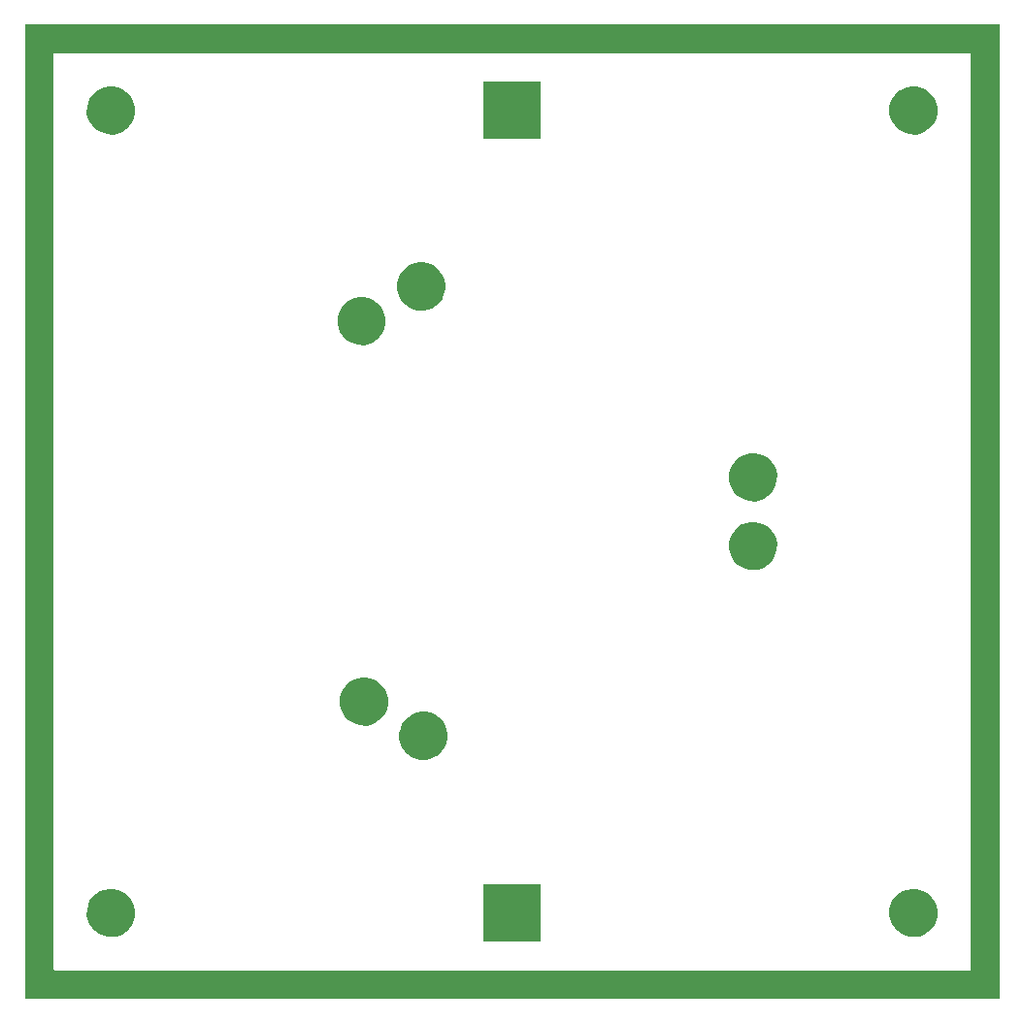
<source format=gts>
G04 #@! TF.FileFunction,Soldermask,Top*
%FSLAX46Y46*%
G04 Gerber Fmt 4.6, Leading zero omitted, Abs format (unit mm)*
G04 Created by KiCad (PCBNEW 4.0.2-stable) date Mon 19 Sep 2016 06:41:33 PM CEST*
%MOMM*%
G01*
G04 APERTURE LIST*
%ADD10C,0.100000*%
G04 APERTURE END LIST*
D10*
G36*
X142500000Y-142500000D02*
X60040592Y-142500000D01*
X60023180Y-142502474D01*
X60006769Y-142509943D01*
X60000000Y-142514299D01*
X60000000Y-142515778D01*
X57500000Y-142515778D01*
X57500000Y-60062500D01*
X60000000Y-60062500D01*
X60000000Y-139937500D01*
X60002474Y-139954912D01*
X60009702Y-139970945D01*
X60021110Y-139984331D01*
X60035795Y-139994008D01*
X60052595Y-139999210D01*
X60062500Y-140000000D01*
X139937500Y-140000000D01*
X139954912Y-139997526D01*
X139970945Y-139990298D01*
X139984331Y-139978890D01*
X139994008Y-139964205D01*
X139999210Y-139947405D01*
X140000000Y-139937500D01*
X140000000Y-60062500D01*
X139997526Y-60045088D01*
X139990298Y-60029055D01*
X139978890Y-60015669D01*
X139964205Y-60005992D01*
X139947405Y-60000790D01*
X139937500Y-60000000D01*
X60062500Y-60000000D01*
X60045088Y-60002474D01*
X60029055Y-60009702D01*
X60015669Y-60021110D01*
X60005992Y-60035795D01*
X60000790Y-60052595D01*
X60000000Y-60062500D01*
X57500000Y-60062500D01*
X57500000Y-57500000D01*
X142500000Y-57500000D01*
X142500000Y-142500000D01*
X142500000Y-142500000D01*
G37*
G36*
X102500000Y-137500000D02*
X97500000Y-137500000D01*
X97500000Y-132500000D01*
X102500000Y-132500000D01*
X102500000Y-137500000D01*
X102500000Y-137500000D01*
G37*
G36*
X65220572Y-132901396D02*
X65623992Y-132984206D01*
X66003642Y-133143796D01*
X66345070Y-133374092D01*
X66635259Y-133666314D01*
X66863164Y-134009341D01*
X67020100Y-134390094D01*
X67100006Y-134793653D01*
X67100006Y-134793659D01*
X67100090Y-134794084D01*
X67093522Y-135264473D01*
X67093427Y-135264890D01*
X67093427Y-135264902D01*
X67002283Y-135666070D01*
X66834776Y-136042297D01*
X66597382Y-136378826D01*
X66299148Y-136662830D01*
X65951423Y-136883503D01*
X65567463Y-137032432D01*
X65161891Y-137103945D01*
X64750150Y-137095319D01*
X64347926Y-137006885D01*
X63970534Y-136842006D01*
X63632362Y-136606972D01*
X63346278Y-136310722D01*
X63123187Y-135964553D01*
X62971580Y-135581638D01*
X62897238Y-135176576D01*
X62902987Y-134764780D01*
X62988612Y-134361951D01*
X63150849Y-133983422D01*
X63383521Y-133643614D01*
X63677764Y-133355469D01*
X64022371Y-133129965D01*
X64404213Y-132975691D01*
X64808753Y-132898521D01*
X65220572Y-132901396D01*
X65220572Y-132901396D01*
G37*
G36*
X135220572Y-132901396D02*
X135623992Y-132984206D01*
X136003642Y-133143796D01*
X136345070Y-133374092D01*
X136635259Y-133666314D01*
X136863164Y-134009341D01*
X137020100Y-134390094D01*
X137100006Y-134793653D01*
X137100006Y-134793659D01*
X137100090Y-134794084D01*
X137093522Y-135264473D01*
X137093427Y-135264890D01*
X137093427Y-135264902D01*
X137002283Y-135666070D01*
X136834776Y-136042297D01*
X136597382Y-136378826D01*
X136299148Y-136662830D01*
X135951423Y-136883503D01*
X135567463Y-137032432D01*
X135161891Y-137103945D01*
X134750150Y-137095319D01*
X134347926Y-137006885D01*
X133970534Y-136842006D01*
X133632362Y-136606972D01*
X133346278Y-136310722D01*
X133123187Y-135964553D01*
X132971580Y-135581638D01*
X132897238Y-135176576D01*
X132902987Y-134764780D01*
X132988612Y-134361951D01*
X133150849Y-133983422D01*
X133383521Y-133643614D01*
X133677764Y-133355469D01*
X134022371Y-133129965D01*
X134404213Y-132975691D01*
X134808753Y-132898521D01*
X135220572Y-132901396D01*
X135220572Y-132901396D01*
G37*
G36*
X92478902Y-117463574D02*
X92882322Y-117546384D01*
X93261972Y-117705974D01*
X93603400Y-117936270D01*
X93893589Y-118228492D01*
X94121494Y-118571519D01*
X94278430Y-118952272D01*
X94358336Y-119355831D01*
X94358336Y-119355837D01*
X94358420Y-119356262D01*
X94351852Y-119826651D01*
X94351757Y-119827068D01*
X94351757Y-119827080D01*
X94260613Y-120228248D01*
X94093106Y-120604475D01*
X93855712Y-120941004D01*
X93557478Y-121225008D01*
X93209753Y-121445681D01*
X92825793Y-121594610D01*
X92420221Y-121666123D01*
X92008480Y-121657497D01*
X91606256Y-121569063D01*
X91228864Y-121404184D01*
X90890692Y-121169150D01*
X90604608Y-120872900D01*
X90381517Y-120526731D01*
X90229910Y-120143816D01*
X90155568Y-119738754D01*
X90161317Y-119326958D01*
X90246942Y-118924129D01*
X90409179Y-118545600D01*
X90641851Y-118205792D01*
X90936094Y-117917647D01*
X91280701Y-117692143D01*
X91662543Y-117537869D01*
X92067083Y-117460699D01*
X92478902Y-117463574D01*
X92478902Y-117463574D01*
G37*
G36*
X87282750Y-114463574D02*
X87686170Y-114546384D01*
X88065820Y-114705974D01*
X88407248Y-114936270D01*
X88697437Y-115228492D01*
X88925342Y-115571519D01*
X89082278Y-115952272D01*
X89162184Y-116355831D01*
X89162184Y-116355837D01*
X89162268Y-116356262D01*
X89155700Y-116826651D01*
X89155605Y-116827068D01*
X89155605Y-116827080D01*
X89064461Y-117228248D01*
X88896954Y-117604475D01*
X88659560Y-117941004D01*
X88361326Y-118225008D01*
X88013601Y-118445681D01*
X87629641Y-118594610D01*
X87224069Y-118666123D01*
X86812328Y-118657497D01*
X86410104Y-118569063D01*
X86032712Y-118404184D01*
X85694540Y-118169150D01*
X85408456Y-117872900D01*
X85185365Y-117526731D01*
X85033758Y-117143816D01*
X84959416Y-116738754D01*
X84965165Y-116326958D01*
X85050790Y-115924129D01*
X85213027Y-115545600D01*
X85445699Y-115205792D01*
X85739942Y-114917647D01*
X86084549Y-114692143D01*
X86466391Y-114537869D01*
X86870931Y-114460699D01*
X87282750Y-114463574D01*
X87282750Y-114463574D01*
G37*
G36*
X121220572Y-100901396D02*
X121623992Y-100984206D01*
X122003642Y-101143796D01*
X122345070Y-101374092D01*
X122635259Y-101666314D01*
X122863164Y-102009341D01*
X123020100Y-102390094D01*
X123100006Y-102793653D01*
X123100006Y-102793659D01*
X123100090Y-102794084D01*
X123093522Y-103264473D01*
X123093427Y-103264890D01*
X123093427Y-103264902D01*
X123002283Y-103666070D01*
X122834776Y-104042297D01*
X122597382Y-104378826D01*
X122299148Y-104662830D01*
X121951423Y-104883503D01*
X121567463Y-105032432D01*
X121161891Y-105103945D01*
X120750150Y-105095319D01*
X120347926Y-105006885D01*
X119970534Y-104842006D01*
X119632362Y-104606972D01*
X119346278Y-104310722D01*
X119123187Y-103964553D01*
X118971580Y-103581638D01*
X118897238Y-103176576D01*
X118902987Y-102764780D01*
X118988612Y-102361951D01*
X119150849Y-101983422D01*
X119383521Y-101643614D01*
X119677764Y-101355469D01*
X120022371Y-101129965D01*
X120404213Y-100975691D01*
X120808753Y-100898521D01*
X121220572Y-100901396D01*
X121220572Y-100901396D01*
G37*
G36*
X121220572Y-94901396D02*
X121623992Y-94984206D01*
X122003642Y-95143796D01*
X122345070Y-95374092D01*
X122635259Y-95666314D01*
X122863164Y-96009341D01*
X123020100Y-96390094D01*
X123100006Y-96793653D01*
X123100006Y-96793659D01*
X123100090Y-96794084D01*
X123093522Y-97264473D01*
X123093427Y-97264890D01*
X123093427Y-97264902D01*
X123002283Y-97666070D01*
X122834776Y-98042297D01*
X122597382Y-98378826D01*
X122299148Y-98662830D01*
X121951423Y-98883503D01*
X121567463Y-99032432D01*
X121161891Y-99103945D01*
X120750150Y-99095319D01*
X120347926Y-99006885D01*
X119970534Y-98842006D01*
X119632362Y-98606972D01*
X119346278Y-98310722D01*
X119123187Y-97964553D01*
X118971580Y-97581638D01*
X118897238Y-97176576D01*
X118902987Y-96764780D01*
X118988612Y-96361951D01*
X119150849Y-95983422D01*
X119383521Y-95643614D01*
X119677764Y-95355469D01*
X120022371Y-95129965D01*
X120404213Y-94975691D01*
X120808753Y-94898521D01*
X121220572Y-94901396D01*
X121220572Y-94901396D01*
G37*
G36*
X87078267Y-81272231D02*
X87481687Y-81355041D01*
X87861337Y-81514631D01*
X88202765Y-81744927D01*
X88492954Y-82037149D01*
X88720859Y-82380176D01*
X88877795Y-82760929D01*
X88957701Y-83164488D01*
X88957701Y-83164494D01*
X88957785Y-83164919D01*
X88951217Y-83635308D01*
X88951122Y-83635725D01*
X88951122Y-83635737D01*
X88859978Y-84036905D01*
X88692471Y-84413132D01*
X88455077Y-84749661D01*
X88156843Y-85033665D01*
X87809118Y-85254338D01*
X87425158Y-85403267D01*
X87019586Y-85474780D01*
X86607845Y-85466154D01*
X86205621Y-85377720D01*
X85828229Y-85212841D01*
X85490057Y-84977807D01*
X85203973Y-84681557D01*
X84980882Y-84335388D01*
X84829275Y-83952473D01*
X84754933Y-83547411D01*
X84760682Y-83135615D01*
X84846307Y-82732786D01*
X85008544Y-82354257D01*
X85241216Y-82014449D01*
X85535459Y-81726304D01*
X85880066Y-81500800D01*
X86261908Y-81346526D01*
X86666448Y-81269356D01*
X87078267Y-81272231D01*
X87078267Y-81272231D01*
G37*
G36*
X92274420Y-78272231D02*
X92677840Y-78355041D01*
X93057490Y-78514631D01*
X93398918Y-78744927D01*
X93689107Y-79037149D01*
X93917012Y-79380176D01*
X94073948Y-79760929D01*
X94153854Y-80164488D01*
X94153854Y-80164494D01*
X94153938Y-80164919D01*
X94147370Y-80635308D01*
X94147275Y-80635725D01*
X94147275Y-80635737D01*
X94056131Y-81036905D01*
X93888624Y-81413132D01*
X93651230Y-81749661D01*
X93352996Y-82033665D01*
X93005271Y-82254338D01*
X92621311Y-82403267D01*
X92215739Y-82474780D01*
X91803998Y-82466154D01*
X91401774Y-82377720D01*
X91024382Y-82212841D01*
X90686210Y-81977807D01*
X90400126Y-81681557D01*
X90177035Y-81335388D01*
X90025428Y-80952473D01*
X89951086Y-80547411D01*
X89956835Y-80135615D01*
X90042460Y-79732786D01*
X90204697Y-79354257D01*
X90437369Y-79014449D01*
X90731612Y-78726304D01*
X91076219Y-78500800D01*
X91458061Y-78346526D01*
X91862601Y-78269356D01*
X92274420Y-78272231D01*
X92274420Y-78272231D01*
G37*
G36*
X102500000Y-67500000D02*
X97500000Y-67500000D01*
X97500000Y-62500000D01*
X102500000Y-62500000D01*
X102500000Y-67500000D01*
X102500000Y-67500000D01*
G37*
G36*
X135220572Y-62901396D02*
X135623992Y-62984206D01*
X136003642Y-63143796D01*
X136345070Y-63374092D01*
X136635259Y-63666314D01*
X136863164Y-64009341D01*
X137020100Y-64390094D01*
X137100006Y-64793653D01*
X137100006Y-64793659D01*
X137100090Y-64794084D01*
X137093522Y-65264473D01*
X137093427Y-65264890D01*
X137093427Y-65264902D01*
X137002283Y-65666070D01*
X136834776Y-66042297D01*
X136597382Y-66378826D01*
X136299148Y-66662830D01*
X135951423Y-66883503D01*
X135567463Y-67032432D01*
X135161891Y-67103945D01*
X134750150Y-67095319D01*
X134347926Y-67006885D01*
X133970534Y-66842006D01*
X133632362Y-66606972D01*
X133346278Y-66310722D01*
X133123187Y-65964553D01*
X132971580Y-65581638D01*
X132897238Y-65176576D01*
X132902987Y-64764780D01*
X132988612Y-64361951D01*
X133150849Y-63983422D01*
X133383521Y-63643614D01*
X133677764Y-63355469D01*
X134022371Y-63129965D01*
X134404213Y-62975691D01*
X134808753Y-62898521D01*
X135220572Y-62901396D01*
X135220572Y-62901396D01*
G37*
G36*
X65220572Y-62901396D02*
X65623992Y-62984206D01*
X66003642Y-63143796D01*
X66345070Y-63374092D01*
X66635259Y-63666314D01*
X66863164Y-64009341D01*
X67020100Y-64390094D01*
X67100006Y-64793653D01*
X67100006Y-64793659D01*
X67100090Y-64794084D01*
X67093522Y-65264473D01*
X67093427Y-65264890D01*
X67093427Y-65264902D01*
X67002283Y-65666070D01*
X66834776Y-66042297D01*
X66597382Y-66378826D01*
X66299148Y-66662830D01*
X65951423Y-66883503D01*
X65567463Y-67032432D01*
X65161891Y-67103945D01*
X64750150Y-67095319D01*
X64347926Y-67006885D01*
X63970534Y-66842006D01*
X63632362Y-66606972D01*
X63346278Y-66310722D01*
X63123187Y-65964553D01*
X62971580Y-65581638D01*
X62897238Y-65176576D01*
X62902987Y-64764780D01*
X62988612Y-64361951D01*
X63150849Y-63983422D01*
X63383521Y-63643614D01*
X63677764Y-63355469D01*
X64022371Y-63129965D01*
X64404213Y-62975691D01*
X64808753Y-62898521D01*
X65220572Y-62901396D01*
X65220572Y-62901396D01*
G37*
M02*

</source>
